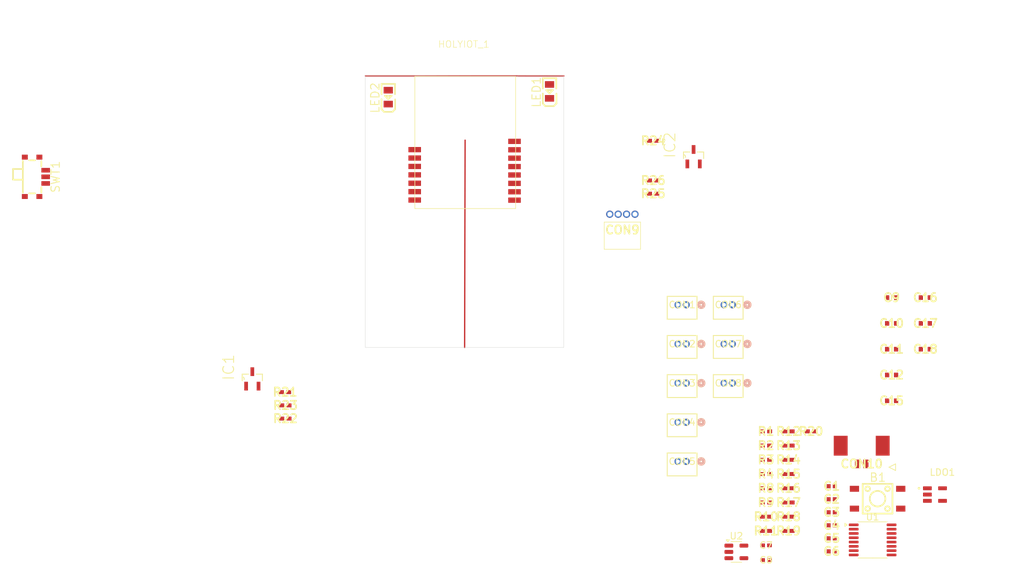
<source format=kicad_pcb>
(kicad_pcb (version 20241229) (generator "pcbnew") (generator_version "9.0")
  (layers (0 "F.Cu" signal) (2 "B.Cu" signal) (13 "F.Paste" user) (15 "B.Paste" user) (5 "F.SilkS" user "F.Silkscreen") (7 "B.SilkS" user "B.Silkscreen") (1 "F.Mask" user) (3 "B.Mask" user) (25 "Edge.Cuts" user))
  (net 0 "")
  (net 1 "Net-(B1-Pad1)")
  (net 2 "GND")
  (net 3 "VIN")
  (net 4 "V3")
  (net 5 "V1.2")
  (net 6 "LDO_MEDICION")
  (net 7 "NIVEL_VOLTAJE")
  (net 8 "BOTON")
  (net 9 "BAT+")
  (net 10 "SDWIO")
  (net 11 "SWDCLK")
  (net 12 "SDA")
  (net 13 "SWDIO")
  (net 14 "LED1")
  (net 18 "SCL")
  (net 20 "LED2")
  (net 21 "Net-(LED1-A)")
  (net 22 "Net-(LED2-A)")
  (net 23 "CIRCUITO_1")
  (net 24 "CIRCUITO_2")
  (net 25 "CIRCUITO_3")
  (net 26 "CIRCUITO_4")
  (net 27 "CIRCUITO_5")
  (net 28 "Net-(U1-~{RESET})")
  (net 29 "Net-(U1-A0)")
  (net 30 "Net-(U1-SCL)")
  (net 31 "Net-(U1-SDA)")
  (net 32 "CIRCUITO_6")
  (net 33 "CIRCUITO_7")
  (net 34 "CIRCUITO_8")
  (net 36 "Net-(IC1-G)")
  (net 37 "Net-(IC1-D)")
  (net 38 "Net-(IC2-G)")
  (net 39 "Net-(IC2-D)")
  (footprint "footprints:GRM18x" (layer "F.Cu") (at 185.0989 56.1069)
    (property "Reference" "C10" (at 0 0 0) (layer "F.SilkS") (effects (font (size 1.27 1.27) (thickness 0.254))))
    (property "Value" "47uf" (hide yes))
    (fp_line (start 0 -0.4) (end 0 0.4) (stroke (width 0.2)) (layer "F.SilkS"))
    (pad "1" smd rect (at -0.675 0) (size 0.65 0.7) (layers "F.Cu" "F.Mask" "F.Paste") (net 2 "GND"))
    (pad "2" smd rect (at 0.675 0) (size 0.65 0.7) (layers "F.Cu" "F.Mask" "F.Paste") (net 4 "V3"))
  )
  (footprint "footprints:8518700420001101" (layer "F.Cu") (at 142.49 39.6)
    (property "Reference" "CON9" (at 1.908 2.375 0) (layer "F.SilkS") (effects (font (size 1.27 1.27) (thickness 0.254))))
    (property "Value" "Conn_01x04" (hide yes))
    (fp_line (start -0.835 1.2) (end 4.65 1.2) (stroke (width 0.1)) (layer "F.SilkS"))
    (fp_line (start -0.835 5.3) (end -0.835 1.2) (stroke (width 0.1)) (layer "F.SilkS"))
    (fp_line (start 4.65 1.2) (end 4.65 5.3) (stroke (width 0.1)) (layer "F.SilkS"))
    (fp_line (start 4.65 5.3) (end -0.835 5.3) (stroke (width 0.1)) (layer "F.SilkS"))
    (pad "1" thru_hole circle (at 0 0) (size 1.1 1.1) (drill 0.7) (layers "*.Cu" "*.Mask") (net 10 "SDWIO"))
    (pad "2" thru_hole circle (at 1.27 0) (size 1.1 1.1) (drill 0.7) (layers "*.Cu" "*.Mask") (net 11 "SWDCLK"))
    (pad "3" thru_hole circle (at 2.54 0) (size 1.1 1.1) (drill 0.7) (layers "*.Cu" "*.Mask") (net 2 "GND"))
    (pad "4" thru_hole circle (at 3.81 0) (size 1.1 1.1) (drill 0.7) (layers "*.Cu" "*.Mask") (net 4 "V3"))
  )
  (footprint "Package_SO:TSSOP-16_4.4x5mm_P0.65mm" (layer "F.Cu") (at 182.2289 88.8419)
    (property "Reference" "U1" (at 0 -3.45 0) (layer "F.SilkS"))
    (property "Value" "AD5593R")
    (fp_line (start 0 -2.735) (end -2.2 -2.735) (stroke (width 0.12)) (layer "F.SilkS"))
    (fp_line (start 0 -2.735) (end 2.2 -2.735) (stroke (width 0.12)) (layer "F.SilkS"))
    (fp_line (start 0 2.735) (end -2.2 2.735) (stroke (width 0.12)) (layer "F.SilkS"))
    (fp_line (start 0 2.735) (end 2.2 2.735) (stroke (width 0.12)) (layer "F.SilkS"))
    (fp_poly (pts (xy -3.86 -2.275) (xy -4.19 -2.035) (xy -4.19 -2.515)) (stroke (width 0.12)) (fill yes) (layer "F.SilkS"))
    (pad "1" smd roundrect (at -2.8625 -2.275) (size 1.475 0.4) (layers "F.Cu" "F.Mask" "F.Paste") (net 28 "Net-(U1-~{RESET})"))
    (pad "2" smd roundrect (at -2.8625 -1.625) (size 1.475 0.4) (layers "F.Cu" "F.Mask" "F.Paste") (net 29 "Net-(U1-A0)"))
    (pad "3" smd roundrect (at -2.8625 -0.975) (size 1.475 0.4) (layers "F.Cu" "F.Mask" "F.Paste") (net 6 "LDO_MEDICION"))
    (pad "4" smd roundrect (at -2.8625 -0.325) (size 1.475 0.4) (layers "F.Cu" "F.Mask" "F.Paste") (net 23 "CIRCUITO_1"))
    (pad "5" smd roundrect (at -2.8625 0.325) (size 1.475 0.4) (layers "F.Cu" "F.Mask" "F.Paste") (net 24 "CIRCUITO_2"))
    (pad "6" smd roundrect (at -2.8625 0.975) (size 1.475 0.4) (layers "F.Cu" "F.Mask" "F.Paste") (net 25 "CIRCUITO_3"))
    (pad "7" smd roundrect (at -2.8625 1.625) (size 1.475 0.4) (layers "F.Cu" "F.Mask" "F.Paste") (net 26 "CIRCUITO_4"))
    (pad "8" smd roundrect (at -2.8625 2.275) (size 1.475 0.4) (layers "F.Cu" "F.Mask" "F.Paste") (net 5 "V1.2"))
    (pad "9" smd roundrect (at 2.8625 2.275) (size 1.475 0.4) (layers "F.Cu" "F.Mask" "F.Paste") (net 6 "LDO_MEDICION"))
    (pad "10" smd roundrect (at 2.8625 1.625) (size 1.475 0.4) (layers "F.Cu" "F.Mask" "F.Paste") (net 27 "CIRCUITO_5"))
    (pad "11" smd roundrect (at 2.8625 0.975) (size 1.475 0.4) (layers "F.Cu" "F.Mask" "F.Paste") (net 32 "CIRCUITO_6"))
    (pad "12" smd roundrect (at 2.8625 0.325) (size 1.475 0.4) (layers "F.Cu" "F.Mask" "F.Paste") (net 33 "CIRCUITO_7"))
    (pad "13" smd roundrect (at 2.8625 -0.325) (size 1.475 0.4) (layers "F.Cu" "F.Mask" "F.Paste") (net 34 "CIRCUITO_8"))
    (pad "14" smd roundrect (at 2.8625 -0.975) (size 1.475 0.4) (layers "F.Cu" "F.Mask" "F.Paste") (net 2 "GND"))
    (pad "15" smd roundrect (at 2.8625 -1.625) (size 1.475 0.4) (layers "F.Cu" "F.Mask" "F.Paste") (net 31 "Net-(U1-SDA)"))
    (pad "16" smd roundrect (at 2.8625 -2.275) (size 1.475 0.4) (layers "F.Cu" "F.Mask" "F.Paste") (net 30 "Net-(U1-SCL)"))
  )
  (footprint "LED_SMD_CUSTOM:LED0805-R-RD" (layer "F.Cu") (at 109 21.9 90)
    (property "Reference" "LED2" (at -0.1156 -1.9767 90) (layer "F.SilkS") (effects (font (size 1.27 1.27))))
    (property "Value" "LED")
    (fp_line (start 1.9926 -1.0147) (end 0.4432 -1.0147) (stroke (width 0.254)) (layer "F.SilkS"))
    (fp_line (start -1.8428 -1.0147) (end -0.3188 -1.0147) (stroke (width 0.254)) (layer "F.SilkS"))
    (fp_line (start -2.2238 -0.6337) (end -1.8428 -1.0147) (stroke (width 0.254)) (layer "F.SilkS"))
    (fp_line (start 0.2 -0.5) (end -0.2 -0.1) (stroke (width 0.254)) (layer "F.SilkS"))
    (fp_line (start 0.2 -0.5) (end 0.2 0.5003) (stroke (width 0.254)) (layer "F.SilkS"))
    (fp_line (start -0.2 -0.1) (end -0.3 0) (stroke (width 0.254)) (layer "F.SilkS"))
    (fp_line (start -0.3 0) (end -0.2 0.1003) (stroke (width 0.254)) (layer "F.SilkS"))
    (fp_line (start -0.2 0.1003) (end 0.2 0.5003) (stroke (width 0.254)) (layer "F.SilkS"))
    (fp_line (start -2.2238 0.6363) (end -2.2238 -0.6337) (stroke (width 0.254)) (layer "F.SilkS"))
    (fp_line (start 1.9926 1.0173) (end 1.9926 -1.0147) (stroke (width 0.254)) (layer "F.SilkS"))
    (fp_line (start 0.4432 1.0173) (end 1.9926 1.0173) (stroke (width 0.254)) (layer "F.SilkS"))
    (fp_line (start -0.3442 1.0427) (end -1.8174 1.0427) (stroke (width 0.254)) (layer "F.SilkS"))
    (fp_line (start -1.8174 1.0427) (end -2.2238 0.6363) (stroke (width 0.254)) (layer "F.SilkS"))
    (pad "1" smd rect (at 1.0503 0 270) (size 1 1.3995) (layers "F.Cu" "F.Mask" "F.Paste"))
    (pad "2" smd rect (at -1.0503 0 270) (size 1 1.3995) (layers "F.Cu" "F.Mask" "F.Paste"))
  )
  (footprint "footprints:GRM18x" (layer "F.Cu") (at 185.0989 60.0069)
    (property "Reference" "C11" (at 0 0 0) (layer "F.SilkS") (effects (font (size 1.27 1.27) (thickness 0.254))))
    (property "Value" "47uf" (hide yes))
    (fp_line (start 0 -0.4) (end 0 0.4) (stroke (width 0.2)) (layer "F.SilkS"))
    (pad "1" smd rect (at -0.675 0) (size 0.65 0.7) (layers "F.Cu" "F.Mask" "F.Paste") (net 2 "GND"))
    (pad "2" smd rect (at 0.675 0) (size 0.65 0.7) (layers "F.Cu" "F.Mask" "F.Paste") (net 4 "V3"))
  )
  (footprint "Package_TO_SOT_SMD:SOT-23-5" (layer "F.Cu") (at 161.6339 90.6569)
    (property "Reference" "U2" (at 0 -2.4 0) (layer "F.SilkS"))
    (property "Value" "TLV70012_SOT23-5")
    (fp_line (start 0 -1.56) (end -0.8 -1.56) (stroke (width 0.12)) (layer "F.SilkS"))
    (fp_line (start 0 -1.56) (end 0.8 -1.56) (stroke (width 0.12)) (layer "F.SilkS"))
    (fp_line (start 0 1.56) (end -0.8 1.56) (stroke (width 0.12)) (layer "F.SilkS"))
    (fp_line (start 0 1.56) (end 0.8 1.56) (stroke (width 0.12)) (layer "F.SilkS"))
    (fp_poly (pts (xy -1.3 -1.51) (xy -1.54 -1.84) (xy -1.06 -1.84)) (stroke (width 0.12)) (fill yes) (layer "F.SilkS"))
    (pad "1" smd roundrect (at -1.1375 -0.95) (size 1.325 0.6) (layers "F.Cu" "F.Mask" "F.Paste") (net 6 "LDO_MEDICION"))
    (pad "2" smd roundrect (at -1.1375 0) (size 1.325 0.6) (layers "F.Cu" "F.Mask" "F.Paste") (net 2 "GND"))
    (pad "3" smd roundrect (at -1.1375 0.95) (size 1.325 0.6) (layers "F.Cu" "F.Mask" "F.Paste") (net 6 "LDO_MEDICION"))
    (pad "4" smd roundrect (at 1.1375 0.95) (size 1.325 0.6) (layers "F.Cu" "F.Mask" "F.Paste"))
    (pad "5" smd roundrect (at 1.1375 -0.95) (size 1.325 0.6) (layers "F.Cu" "F.Mask" "F.Paste") (net 5 "V1.2"))
  )
  (footprint "footprints:RESC1005X40N" (layer "F.Cu") (at 169.5089 72.4319)
    (property "Reference" "R12" (at 0 0 0) (layer "F.SilkS") (effects (font (size 1.27 1.27) (thickness 0.254))))
    (property "Value" "6.2k" (hide yes))
    (pad "1" smd rect (at -0.55 0 90) (size 0.6 0.75) (layers "F.Cu" "F.Mask" "F.Paste") (net 2 "GND"))
    (pad "2" smd rect (at 0.55 0 90) (size 0.6 0.75) (layers "F.Cu" "F.Mask" "F.Paste") (net 26 "CIRCUITO_4"))
  )
  (footprint "footprints:RESC1005X40N" (layer "F.Cu") (at 149.05 28.5 180)
    (property "Reference" "R24" (at 0 0 0) (layer "F.SilkS") (effects (font (size 1.27 1.27) (thickness 0.254))))
    (property "Value" "70" (hide yes))
    (pad "1" smd rect (at -0.55 0 270) (size 0.6 0.75) (layers "F.Cu" "F.Mask" "F.Paste") (net 9 "BAT+"))
    (pad "2" smd rect (at 0.55 0 270) (size 0.6 0.75) (layers "F.Cu" "F.Mask" "F.Paste") (net 21 "Net-(LED1-A)"))
  )
  (footprint "footprints:CONN02_530470210_MOL" (layer "F.Cu") (at 161.024 53.2969)
    (property "Reference" "CON6" (at -0.625 0 0) (layer "F.SilkS"))
    (property "Value" "Conn_01x02")
    (fp_line (start -2.8729 -1.277112) (end -2.8729 2.177288) (stroke (width 0.1524)) (layer "F.SilkS"))
    (fp_line (start -2.8729 2.177288) (end 1.6229 2.177288) (stroke (width 0.1524)) (layer "F.SilkS"))
    (fp_line (start 1.6229 -1.277112) (end -2.8729 -1.277112) (stroke (width 0.1524)) (layer "F.SilkS"))
    (fp_line (start 1.6229 2.177288) (end 1.6229 -1.277112) (stroke (width 0.1524)) (layer "F.SilkS"))
    (fp_circle (center 2.2579 0) (end 2.6389 0) (stroke (width 0.508)) (fill no) (layer "F.SilkS"))
    (fp_circle (center 2.2579 0) (end 2.6389 0) (stroke (width 0.508)) (fill no) (layer "B.SilkS"))
    (pad "1" thru_hole circle (at 0 0) (size 1.0668 1.0668) (drill 0.5588) (layers "*.Cu" "*.Mask") (net 5 "V1.2"))
    (pad "2" thru_hole circle (at -1.25 0) (size 1.0668 1.0668) (drill 0.5588) (layers "*.Cu" "*.Mask") (net 32 "CIRCUITO_6"))
  )
  (footprint "footprints:GRM18x" (layer "F.Cu") (at 185.0989 63.9069)
    (property "Reference" "C12" (at 0 0 0) (layer "F.SilkS") (effects (font (size 1.27 1.27) (thickness 0.254))))
    (property "Value" "47uf" (hide yes))
    (fp_line (start 0 -0.4) (end 0 0.4) (stroke (width 0.2)) (layer "F.SilkS"))
    (pad "1" smd rect (at -0.675 0) (size 0.65 0.7) (layers "F.Cu" "F.Mask" "F.Paste") (net 2 "GND"))
    (pad "2" smd rect (at 0.675 0) (size 0.65 0.7) (layers "F.Cu" "F.Mask" "F.Paste") (net 4 "V3"))
  )
  (footprint "footprints:CONN02_530470210_MOL" (layer "F.Cu") (at 154.055 53.2969)
    (property "Reference" "CON1" (at -0.625 0 0) (layer "F.SilkS"))
    (property "Value" "Conn_01x02")
    (fp_line (start -2.8729 -1.277112) (end -2.8729 2.177288) (stroke (width 0.1524)) (layer "F.SilkS"))
    (fp_line (start -2.8729 2.177288) (end 1.6229 2.177288) (stroke (width 0.1524)) (layer "F.SilkS"))
    (fp_line (start 1.6229 -1.277112) (end -2.8729 -1.277112) (stroke (width 0.1524)) (layer "F.SilkS"))
    (fp_line (start 1.6229 2.177288) (end 1.6229 -1.277112) (stroke (width 0.1524)) (layer "F.SilkS"))
    (fp_circle (center 2.2579 0) (end 2.6389 0) (stroke (width 0.508)) (fill no) (layer "F.SilkS"))
    (fp_circle (center 2.2579 0) (end 2.6389 0) (stroke (width 0.508)) (fill no) (layer "B.SilkS"))
    (pad "1" thru_hole circle (at 0 0) (size 1.0668 1.0668) (drill 0.5588) (layers "*.Cu" "*.Mask") (net 5 "V1.2"))
    (pad "2" thru_hole circle (at -1.25 0) (size 1.0668 1.0668) (drill 0.5588) (layers "*.Cu" "*.Mask") (net 23 "CIRCUITO_1"))
  )
  (footprint "footprints:RESC1005X40N" (layer "F.Cu") (at 166.1089 85.3319)
    (property "Reference" "R10" (at 0 0 0) (layer "F.SilkS") (effects (font (size 1.27 1.27) (thickness 0.254))))
    (property "Value" "0k" (hide yes))
    (pad "1" smd rect (at -0.55 0 90) (size 0.6 0.75) (layers "F.Cu" "F.Mask" "F.Paste") (net 3 "VIN"))
    (pad "2" smd rect (at 0.55 0 90) (size 0.6 0.75) (layers "F.Cu" "F.Mask" "F.Paste") (net 4 "V3"))
  )
  (footprint "footprints:RESC1005X40N" (layer "F.Cu") (at 149.05 34.5 180)
    (property "Reference" "R26" (at 0 0 0) (layer "F.SilkS") (effects (font (size 1.27 1.27) (thickness 0.254))))
    (property "Value" "10k" (hide yes))
    (pad "1" smd rect (at -0.55 0 270) (size 0.6 0.75) (layers "F.Cu" "F.Mask" "F.Paste") (net 2 "GND"))
    (pad "2" smd rect (at 0.55 0 270) (size 0.6 0.75) (layers "F.Cu" "F.Mask" "F.Paste") (net 38 "Net-(IC2-G)"))
  )
  (footprint "footprints:RESC1005X40N" (layer "F.Cu") (at 169.5089 78.8819)
    (property "Reference" "R15" (at 0 0 0) (layer "F.SilkS") (effects (font (size 1.27 1.27) (thickness 0.254))))
    (property "Value" "10k" (hide yes))
    (pad "1" smd rect (at -0.55 0 90) (size 0.6 0.75) (layers "F.Cu" "F.Mask" "F.Paste") (net 6 "LDO_MEDICION"))
    (pad "2" smd rect (at 0.55 0 90) (size 0.6 0.75) (layers "F.Cu" "F.Mask" "F.Paste") (net 29 "Net-(U1-A0)"))
  )
  (footprint "footprints:RESC1005X40N" (layer "F.Cu") (at 169.5089 81.0319)
    (property "Reference" "R16" (at 0 0 0) (layer "F.SilkS") (effects (font (size 1.27 1.27) (thickness 0.254))))
    (property "Value" "10k" (hide yes))
    (pad "1" smd rect (at -0.55 0 90) (size 0.6 0.75) (layers "F.Cu" "F.Mask" "F.Paste") (net 6 "LDO_MEDICION"))
    (pad "2" smd rect (at 0.55 0 90) (size 0.6 0.75) (layers "F.Cu" "F.Mask" "F.Paste") (net 30 "Net-(U1-SCL)"))
  )
  (footprint "K2-1109SP-G4SA-04:K2-1109SP-G4SA-04" (layer "F.Cu") (at 182.9789 82.614)
    (property "Reference" "B1" (at 0.03 -3.2121 0) (layer "F.SilkS") (effects (font (size 1.27 1.27))))
    (property "Value" "SW_Push")
    (fp_line (start -2.25 -2.2501) (end 2.25 -2.2501) (stroke (width 0.254)) (layer "F.SilkS"))
    (fp_line (start -2.25 2.2499) (end -2.25 -2.2501) (stroke (width 0.254)) (layer "F.SilkS"))
    (fp_line (start 2.25 -2.2501) (end 2.25 2.2499) (stroke (width 0.254)) (layer "F.SilkS"))
    (fp_line (start 2.25 2.2499) (end -2.25 2.2499) (stroke (width 0.254)) (layer "F.SilkS"))
    (fp_circle (center -1.5001 1.5) (end -1.1465 1.5) (stroke (width 0.254)) (fill no) (layer "F.SilkS"))
    (fp_circle (center -1.4999 -1.5) (end -1.1463 -1.5) (stroke (width 0.254)) (fill no) (layer "F.SilkS"))
    (fp_circle (center -0.0005 -0.0006) (end 1.1796 -0.0006) (stroke (width 0.254)) (fill no) (layer "F.SilkS"))
    (fp_circle (center 1.4999 -1.5003) (end 1.8535 -1.5003) (stroke (width 0.254)) (fill no) (layer "F.SilkS"))
    (fp_circle (center 1.4999 1.4997) (end 1.8535 1.4997) (stroke (width 0.254)) (fill no) (layer "F.SilkS"))
    (pad "1" smd rect (at 3.4999 1.5) (size 1.4 0.9) (layers "F.Cu" "F.Mask" "F.Paste") (net 1 "Net-(B1-Pad1)"))
    (pad "2" smd rect (at -3.4999 1.5) (size 1.4 0.9) (layers "F.Cu" "F.Mask" "F.Paste") (net 2 "GND"))
    (pad "3" smd rect (at 3.4999 -1.5) (size 1.4 0.9) (layers "F.Cu" "F.Mask" "F.Paste"))
    (pad "4" smd rect (at -3.4999 -1.5) (size 1.4 0.9) (layers "F.Cu" "F.Mask" "F.Paste"))
  )
  (footprint "footprints:RESC1005X40N" (layer "F.Cu") (at 169.5089 76.7319)
    (property "Reference" "R14" (at 0 0 0) (layer "F.SilkS") (effects (font (size 1.27 1.27) (thickness 0.254))))
    (property "Value" "10k" (hide yes))
    (pad "1" smd rect (at -0.55 0 90) (size 0.6 0.75) (layers "F.Cu" "F.Mask" "F.Paste") (net 6 "LDO_MEDICION"))
    (pad "2" smd rect (at 0.55 0 90) (size 0.6 0.75) (layers "F.Cu" "F.Mask" "F.Paste") (net 28 "Net-(U1-~{RESET})"))
  )
  (footprint "TA-3514-A1-B:TA-3514-A1-B" (layer "F.Cu") (at 55.63095 33.95 -90)
    (property "Reference" "SWT1" (at 0 -3.0601 90) (layer "F.SilkS") (effects (font (size 1.27 1.27))))
    (property "Value" "Conn_01x02")
    (fp_line (start -1.18 3.36) (end 0.39 3.36) (stroke (width 0.254)) (layer "F.SilkS"))
    (fp_line (start 0.39 3.36) (end 0.39 3.34) (stroke (width 0.254)) (layer "F.SilkS"))
    (fp_line (start 0.39 3.34) (end 0.4357 3.34) (stroke (width 0.254)) (layer "F.SilkS"))
    (fp_line (start 0.4357 3.34) (end 0.4357 1.875) (stroke (width 0.254)) (layer "F.SilkS"))
    (fp_line (start -2.4 1.875) (end 2.4 1.875) (stroke (width 0.254)) (layer "F.SilkS"))
    (fp_line (start -1.18 1.875) (end -1.18 3.36) (stroke (width 0.254)) (layer "F.SilkS"))
    (fp_line (start -1.1635 1.875) (end -1.18 1.875) (stroke (width 0.254)) (layer "F.SilkS"))
    (fp_line (start -2.5 0.9169) (end -2.5 0.0331) (stroke (width 0.254)) (layer "F.SilkS"))
    (fp_line (start 2.5 0.9169) (end 2.5 0.0331) (stroke (width 0.254)) (layer "F.SilkS"))
    (fp_line (start -2.3689 -0.925) (end -1.5811 -0.925) (stroke (width 0.254)) (layer "F.SilkS"))
    (fp_line (start 1.5811 -0.925) (end 2.3689 -0.925) (stroke (width 0.254)) (layer "F.SilkS"))
    (pad "" np_thru_hole circle (at -1.4999 0.475 270) (size 1 1) (drill 1) (layers "*.Cu" "*.Mask"))
    (pad "" np_thru_hole circle (at 1.5001 0.475 270) (size 1 1) (drill 1) (layers "*.Cu" "*.Mask"))
    (pad "1" smd rect (at -1 -1.5751 270) (size 0.7 1.3) (layers "F.Cu" "F.Mask" "F.Paste") (net 9 "BAT+"))
    (pad "2" smd rect (at 0 -1.5751 270) (size 0.7 1.3) (layers "F.Cu" "F.Mask" "F.Paste") (net 3 "VIN"))
    (pad "3" smd rect (at 1 -1.5751 270) (size 0.7 1.3) (layers "F.Cu" "F.Mask" "F.Paste"))
    (pad "4" smd rect (at 2.9751 -0.6251 270) (size 0.75 0.9) (layers "F.Cu" "F.Mask" "F.Paste"))
    (pad "5" smd rect (at 2.9751 1.5751 270) (size 0.75 0.9) (layers "F.Cu" "F.Mask" "F.Paste"))
    (pad "6" smd rect (at -2.9751 1.5751 270) (size 0.75 0.9) (layers "F.Cu" "F.Mask" "F.Paste"))
    (pad "7" smd rect (at -2.9751 -0.6251 270) (size 0.75 0.9) (layers "F.Cu" "F.Mask" "F.Paste"))
  )
  (footprint "footprints:CONN02_530470210_MOL" (layer "F.Cu") (at 154.055 59.217388)
    (property "Reference" "CON2" (at -0.625 0 0) (layer "F.SilkS"))
    (property "Value" "Conn_01x02")
    (fp_line (start -2.8729 -1.277112) (end -2.8729 2.177288) (stroke (width 0.1524)) (layer "F.SilkS"))
    (fp_line (start -2.8729 2.177288) (end 1.6229 2.177288) (stroke (width 0.1524)) (layer "F.SilkS"))
    (fp_line (start 1.6229 -1.277112) (end -2.8729 -1.277112) (stroke (width 0.1524)) (layer "F.SilkS"))
    (fp_line (start 1.6229 2.177288) (end 1.6229 -1.277112) (stroke (width 0.1524)) (layer "F.SilkS"))
    (fp_circle (center 2.2579 0) (end 2.6389 0) (stroke (width 0.508)) (fill no) (layer "F.SilkS"))
    (fp_circle (center 2.2579 0) (end 2.6389 0) (stroke (width 0.508)) (fill no) (layer "B.SilkS"))
    (pad "1" thru_hole circle (at 0 0) (size 1.0668 1.0668) (drill 0.5588) (layers "*.Cu" "*.Mask") (net 5 "V1.2"))
    (pad "2" thru_hole circle (at -1.25 0) (size 1.0668 1.0668) (drill 0.5588) (layers "*.Cu" "*.Mask") (net 24 "CIRCUITO_2"))
  )
  (footprint "footprints:CAPC1005X55N" (layer "F.Cu") (at 176.0439 88.6019)
    (property "Reference" "C5" (at 0 0 0) (layer "F.SilkS") (effects (font (size 1.27 1.27) (thickness 0.254))))
    (property "Value" "0.1uf" (hide yes))
    (pad "1" smd rect (at -0.46 0) (size 0.6 0.62) (layers "F.Cu" "F.Mask" "F.Paste") (net 7 "NIVEL_VOLTAJE"))
    (pad "2" smd rect (at 0.46 0) (size 0.6 0.62) (layers "F.Cu" "F.Mask" "F.Paste") (net 2 "GND"))
  )
  (footprint "footprints:CONN02_530470210_MOL" (layer "F.Cu") (at 154.055 71.058364)
    (property "Reference" "CON4" (at -0.625 0 0) (layer "F.SilkS"))
    (property "Value" "Conn_01x02")
    (fp_line (start -2.8729 -1.277112) (end -2.8729 2.177288) (stroke (width 0.1524)) (layer "F.SilkS"))
    (fp_line (start -2.8729 2.177288) (end 1.6229 2.177288) (stroke (width 0.1524)) (layer "F.SilkS"))
    (fp_line (start 1.6229 -1.277112) (end -2.8729 -1.277112) (stroke (width 0.1524)) (layer "F.SilkS"))
    (fp_line (start 1.6229 2.177288) (end 1.6229 -1.277112) (stroke (width 0.1524)) (layer "F.SilkS"))
    (fp_circle (center 2.2579 0) (end 2.6389 0) (stroke (width 0.508)) (fill no) (layer "F.SilkS"))
    (fp_circle (center 2.2579 0) (end 2.6389 0) (stroke (width 0.508)) (fill no) (layer "B.SilkS"))
    (pad "1" thru_hole circle (at 0 0) (size 1.0668 1.0668) (drill 0.5588) (layers "*.Cu" "*.Mask") (net 5 "V1.2"))
    (pad "2" thru_hole circle (at -1.25 0) (size 1.0668 1.0668) (drill 0.5588) (layers "*.Cu" "*.Mask") (net 26 "CIRCUITO_4"))
  )
  (footprint "footprints:RESC1005X40N" (layer "F.Cu") (at 149.05 36.5)
    (property "Reference" "R25" (at 0 0 0) (layer "F.SilkS") (effects (font (size 1.27 1.27) (thickness 0.254))))
    (property "Value" "1k" (hide yes))
    (pad "1" smd rect (at -0.55 0 90) (size 0.6 0.75) (layers "F.Cu" "F.Mask" "F.Paste") (net 20 "LED2"))
    (pad "2" smd rect (at 0.55 0 90) (size 0.6 0.75) (layers "F.Cu" "F.Mask" "F.Paste") (net 38 "Net-(IC2-G)"))
  )
  (footprint "footprints:CAPC1005X55N" (layer "F.Cu") (at 176.0439 80.7219)
    (property "Reference" "C1" (at 0 0 0) (layer "F.SilkS") (effects (font (size 1.27 1.27) (thickness 0.254))))
    (property "Value" "1uf" (hide yes))
    (pad "1" smd rect (at -0.46 0) (size 0.6 0.62) (layers "F.Cu" "F.Mask" "F.Paste") (net 2 "GND"))
    (pad "2" smd rect (at 0.46 0) (size 0.6 0.62) (layers "F.Cu" "F.Mask" "F.Paste") (net 3 "VIN"))
  )
  (footprint "footprints:CONN02_530470210_MOL" (layer "F.Cu") (at 154.055 76.978852)
    (property "Reference" "CON5" (at -0.625 0 0) (layer "F.SilkS"))
    (property "Value" "Conn_01x02")
    (fp_line (start -2.8729 -1.277112) (end -2.8729 2.177288) (stroke (width 0.1524)) (layer "F.SilkS"))
    (fp_line (start -2.8729 2.177288) (end 1.6229 2.177288) (stroke (width 0.1524)) (layer "F.SilkS"))
    (fp_line (start 1.6229 -1.277112) (end -2.8729 -1.277112) (stroke (width 0.1524)) (layer "F.SilkS"))
    (fp_line (start 1.6229 2.177288) (end 1.6229 -1.277112) (stroke (width 0.1524)) (layer "F.SilkS"))
    (fp_circle (center 2.2579 0) (end 2.6389 0) (stroke (width 0.508)) (fill no) (layer "F.SilkS"))
    (fp_circle (center 2.2579 0) (end 2.6389 0) (stroke (width 0.508)) (fill no) (layer "B.SilkS"))
    (pad "1" thru_hole circle (at 0 0) (size 1.0668 1.0668) (drill 0.5588) (layers "*.Cu" "*.Mask") (net 5 "V1.2"))
    (pad "2" thru_hole circle (at -1.25 0) (size 1.0668 1.0668) (drill 0.5588) (layers "*.Cu" "*.Mask") (net 27 "CIRCUITO_5"))
  )
  (footprint "footprints:CAPC1005X55N" (layer "F.Cu") (at 176.0439 84.6619)
    (property "Reference" "C3" (at 0 0 0) (layer "F.SilkS") (effects (font (size 1.27 1.27) (thickness 0.254))))
    (property "Value" "1uf" (hide yes))
    (pad "1" smd rect (at -0.46 0) (size 0.6 0.62) (layers "F.Cu" "F.Mask" "F.Paste") (net 5 "V1.2"))
    (pad "2" smd rect (at 0.46 0) (size 0.6 0.62) (layers "F.Cu" "F.Mask" "F.Paste") (net 2 "GND"))
  )
  (footprint "footprints:SOT95P240X112-3N" (layer "F.Cu") (at 155.1602 30.9078 90)
    (property "Reference" "IC2" (at 1.753325 -3.582855 90) (layer "F.SilkS") (effects (font (size 1.640669 1.640669))))
    (property "Value" "IRLML6344TRPBF")
    (fp_line (start 0.7112 -1.524) (end 0.3048 -1.524) (stroke (width 0.1524)) (layer "F.SilkS"))
    (fp_line (start 0.3048 -1.524) (end -0.2794 -1.524) (stroke (width 0.1524)) (layer "F.SilkS"))
    (fp_line (start 0.7112 -0.6096) (end 0.7112 -1.524) (stroke (width 0.1524)) (layer "F.SilkS"))
    (fp_line (start 0.7112 1.524) (end 0.7112 0.6096) (stroke (width 0.1524)) (layer "F.SilkS"))
    (fp_line (start -0.2794 1.524) (end 0.7112 1.524) (stroke (width 0.1524)) (layer "F.SilkS"))
    (fp_arc (start 0.3048 -1.524) (mid 0.174323 -1.278521) (end -0.1016 -1.2446) (stroke (width 0.1524)) (layer "F.SilkS"))
    (pad "1" smd rect (at -1.0922 -0.9398 90) (size 1.3208 0.5588) (layers "F.Cu" "F.Mask" "F.Paste") (net 38 "Net-(IC2-G)"))
    (pad "2" smd rect (at -1.0922 0.9398 90) (size 1.3208 0.5588) (layers "F.Cu" "F.Mask" "F.Paste") (net 2 "GND"))
    (pad "3" smd rect (at 1.0922 0 90) (size 1.3208 0.5588) (layers "F.Cu" "F.Mask" "F.Paste") (net 39 "Net-(IC2-D)"))
  )
  (footprint "footprints:GRM18x" (layer "F.Cu") (at 190.1989 52.2069)
    (property "Reference" "C16" (at 0 0 0) (layer "F.SilkS") (effects (font (size 1.27 1.27) (thickness 0.254))))
    (property "Value" "47uf" (hide yes))
    (fp_line (start 0 -0.4) (end 0 0.4) (stroke (width 0.2)) (layer "F.SilkS"))
    (pad "1" smd rect (at -0.675 0) (size 0.65 0.7) (layers "F.Cu" "F.Mask" "F.Paste") (net 2 "GND"))
    (pad "2" smd rect (at 0.675 0) (size 0.65 0.7) (layers "F.Cu" "F.Mask" "F.Paste") (net 9 "BAT+"))
  )
  (footprint "footprints:RESC1005X40N" (layer "F.Cu") (at 172.9089 72.4319)
    (property "Reference" "R20" (at 0 0 0) (layer "F.SilkS") (effects (font (size 1.27 1.27) (thickness 0.254))))
    (property "Value" "6.2k" (hide yes))
    (pad "1" smd rect (at -0.55 0 90) (size 0.6 0.75) (layers "F.Cu" "F.Mask" "F.Paste") (net 2 "GND"))
    (pad "2" smd rect (at 0.55 0 90) (size 0.6 0.75) (layers "F.Cu" "F.Mask" "F.Paste") (net 34 "CIRCUITO_8"))
  )
  (footprint "footprints:RESC1005X40N" (layer "F.Cu") (at 166.1089 72.4319)
    (property "Reference" "R1" (at 0 0 0) (layer "F.SilkS") (effects (font (size 1.27 1.27) (thickness 0.254))))
    (property "Value" "6.2M" (hide yes))
    (pad "1" smd rect (at -0.55 0 90) (size 0.6 0.75) (layers "F.Cu" "F.Mask" "F.Paste") (net 3 "VIN"))
    (pad "2" smd rect (at 0.55 0 90) (size 0.6 0.75) (layers "F.Cu" "F.Mask" "F.Paste") (net 7 "NIVEL_VOLTAJE"))
  )
  (footprint "footprints:RESC1005X40N" (layer "F.Cu") (at 169.5089 85.3319)
    (property "Reference" "R18" (at 0 0 0) (layer "F.SilkS") (effects (font (size 1.27 1.27) (thickness 0.254))))
    (property "Value" "6.2k" (hide yes))
    (pad "1" smd rect (at -0.55 0 90) (size 0.6 0.75) (layers "F.Cu" "F.Mask" "F.Paste") (net 2 "GND"))
    (pad "2" smd rect (at 0.55 0 90) (size 0.6 0.75) (layers "F.Cu" "F.Mask" "F.Paste") (net 32 "CIRCUITO_6"))
  )
  (footprint "footprints:RESC1005X40N" (layer "F.Cu") (at 166.1089 83.1819)
    (property "Reference" "R9" (at 0 0 0) (layer "F.SilkS") (effects (font (size 1.27 1.27) (thickness 0.254))))
    (property "Value" "1k" (hide yes))
    (pad "1" smd rect (at -0.55 0 90) (size 0.6 0.75) (layers "F.Cu" "F.Mask" "F.Paste") (net 8 "BOTON"))
    (pad "2" smd rect (at 0.55 0 90) (size 0.6 0.75) (layers "F.Cu" "F.Mask" "F.Paste") (net 1 "Net-(B1-Pad1)"))
  )
  (footprint "footprints:SOT95P240X112-3N" (layer "F.Cu") (at 88.45 64.5 90)
    (property "Reference" "IC1" (at 1.753325 -3.582855 90) (layer "F.SilkS") (effects (font (size 1.640669 1.640669))))
    (property "Value" "IRLML6344TRPBF")
    (fp_line (start 0.7112 -1.524) (end 0.3048 -1.524) (stroke (width 0.1524)) (layer "F.SilkS"))
    (fp_line (start 0.3048 -1.524) (end -0.2794 -1.524) (stroke (width 0.1524)) (layer "F.SilkS"))
    (fp_line (start 0.7112 -0.6096) (end 0.7112 -1.524) (stroke (width 0.1524)) (layer "F.SilkS"))
    (fp_line (start 0.7112 1.524) (end 0.7112 0.6096) (stroke (width 0.1524)) (layer "F.SilkS"))
    (fp_line (start -0.2794 1.524) (end 0.7112 1.524) (stroke (width 0.1524)) (layer "F.SilkS"))
    (fp_arc (start 0.3048 -1.524) (mid 0.174323 -1.278521) (end -0.1016 -1.2446) (stroke (width 0.1524)) (layer "F.SilkS"))
    (pad "1" smd rect (at -1.0922 -0.9398 90) (size 1.3208 0.5588) (layers "F.Cu" "F.Mask" "F.Paste") (net 36 "Net-(IC1-G)"))
    (pad "2" smd rect (at -1.0922 0.9398 90) (size 1.3208 0.5588) (layers "F.Cu" "F.Mask" "F.Paste") (net 2 "GND"))
    (pad "3" smd rect (at 1.0922 0 90) (size 1.3208 0.5588) (layers "F.Cu" "F.Mask" "F.Paste") (net 37 "Net-(IC1-D)"))
  )
  (footprint "footprints:RESC1005X40N" (layer "F.Cu") (at 169.5089 87.4819)
    (property "Reference" "R19" (at 0 0 0) (layer "F.SilkS") (effects (font (size 1.27 1.27) (thickness 0.254))))
    (property "Value" "6.2k" (hide yes))
    (pad "1" smd rect (at -0.55 0 90) (size 0.6 0.75) (layers "F.Cu" "F.Mask" "F.Paste") (net 2 "GND"))
    (pad "2" smd rect (at 0.55 0 90) (size 0.6 0.75) (layers "F.Cu" "F.Mask" "F.Paste") (net 33 "CIRCUITO_7"))
  )
  (footprint "footprints:SOT95P280X145-5N" (layer "F.Cu") (at 191.6539 81.9869)
    (property "Reference" "LDO1" (at 1.12 -3.36 0) (layer "F.SilkS"))
    (property "Value" "STLQ015M30R")
    (fp_circle (center -2.415 -0.95) (end -2.315 -0.95) (stroke (width 0.2)) (fill no) (layer "F.SilkS"))
    (pad "1" smd roundrect (at -1.145 -0.95) (size 1.32 0.59) (layers "F.Cu" "F.Mask" "F.Paste") (roundrect_rratio 0.125) (net 3 "VIN"))
    (pad "2" smd roundrect (at -1.145 0) (size 1.32 0.59) (layers "F.Cu" "F.Mask" "F.Paste") (roundrect_rratio 0.125) (net 2 "GND"))
    (pad "3" smd roundrect (at -1.145 0.95) (size 1.32 0.59) (layers "F.Cu" "F.Mask" "F.Paste") (roundrect_rratio 0.125) (net 3 "VIN"))
    (pad "4" smd roundrect (at 1.145 0.95) (size 1.32 0.59) (layers "F.Cu" "F.Mask" "F.Paste") (roundrect_rratio 0.125))
    (pad "5" smd roundrect (at 1.145 -0.95) (size 1.32 0.59) (layers "F.Cu" "F.Mask" "F.Paste") (roundrect_rratio 0.125) (net 4 "V3"))
  )
  (footprint "LED_SMD_CUSTOM:LED0805-R-RD" (layer "F.Cu") (at 133.386 21.0344 90)
    (property "Reference" "LED1" (at -0.1156 -1.9767 90) (layer "F.SilkS") (effects (font (size 1.27 1.27))))
    (property "Value" "LED")
    (fp_line (start 1.9926 -1.0147) (end 0.4432 -1.0147) (stroke (width 0.254)) (layer "F.SilkS"))
    (fp_line (start -1.8428 -1.0147) (end -0.3188 -1.0147) (stroke (width 0.254)) (layer "F.SilkS"))
    (fp_line (start -2.2238 -0.6337) (end -1.8428 -1.0147) (stroke (width 0.254)) (layer "F.SilkS"))
    (fp_line (start 0.2 -0.5) (end -0.2 -0.1) (stroke (width 0.254)) (layer "F.SilkS"))
    (fp_line (start 0.2 -0.5) (end 0.2 0.5003) (stroke (width 0.254)) (layer "F.SilkS"))
    (fp_line (start -0.2 -0.1) (end -0.3 0) (stroke (width 0.254)) (layer "F.SilkS"))
    (fp_line (start -0.3 0) (end -0.2 0.1003) (stroke (width 0.254)) (layer "F.SilkS"))
    (fp_line (start -0.2 0.1003) (end 0.2 0.5003) (stroke (width 0.254)) (layer "F.SilkS"))
    (fp_line (start -2.2238 0.6363) (end -2.2238 -0.6337) (stroke (width 0.254)) (layer "F.SilkS"))
    (fp_line (start 1.9926 1.0173) (end 1.9926 -1.0147) (stroke (width 0.254)) (layer "F.SilkS"))
    (fp_line (start 0.4432 1.0173) (end 1.9926 1.0173) (stroke (width 0.254)) (layer "F.SilkS"))
    (fp_line (start -0.3442 1.0427) (end -1.8174 1.0427) (stroke (width 0.254)) (layer "F.SilkS"))
    (fp_line (start -1.8174 1.0427) (end -2.2238 0.6363) (stroke (width 0.254)) (layer "F.SilkS"))
    (pad "1" smd rect (at 1.0503 0 270) (size 1 1.3995) (layers "F.Cu" "F.Mask" "F.Paste") (net 39 "Net-(IC2-D)"))
    (pad "2" smd rect (at -1.0503 0 270) (size 1 1.3995) (layers "F.Cu" "F.Mask" "F.Paste") (net 21 "Net-(LED1-A)"))
  )
  (footprint "footprints:RESC1005X40N" (layer "F.Cu") (at 166.1089 74.5819)
    (property "Reference" "R2" (at 0 0 0) (layer "F.SilkS") (effects (font (size 1.27 1.27) (thickness 0.254))))
    (property "Value" "2.4M" (hide yes))
    (pad "1" smd rect (at -0.55 0 90) (size 0.6 0.75) (layers "F.Cu" "F.Mask" "F.Paste") (net 7 "NIVEL_VOLTAJE"))
    (pad "2" smd rect (at 0.55 0 90) (size 0.6 0.75) (layers "F.Cu" "F.Mask" "F.Paste") (net 2 "GND"))
  )
  (footprint "footprints:RESC1005X40N" (layer "F.Cu") (at 93.45 70.5 180)
    (property "Reference" "R22" (at 0 0 0) (layer "F.SilkS") (effects (font (size 1.27 1.27) (thickness 0.254))))
    (property "Value" "1k" (hide yes))
    (pad "1" smd rect (at -0.55 0 270) (size 0.6 0.75) (layers "F.Cu" "F.Mask" "F.Paste") (net 14 "LED1"))
    (pad "2" smd rect (at 0.55 0 270) (size 0.6 0.75) (layers "F.Cu" "F.Mask" "F.Paste") (net 36 "Net-(IC1-G)"))
  )
  (footprint "footprints:CONN02_530470210_MOL" (layer "F.Cu") (at 161.024 65.137876)
    (property "Reference" "CON8" (at -0.625 0 0) (layer "F.SilkS"))
    (property "Value" "Conn_01x02")
    (fp_line (start -2.8729 -1.277112) (end -2.8729 2.177288) (stroke (width 0.1524)) (layer "F.SilkS"))
    (fp_line (start -2.8729 2.177288) (end 1.6229 2.177288) (stroke (width 0.1524)) (layer "F.SilkS"))
    (fp_line (start 1.6229 -1.277112) (end -2.8729 -1.277112) (stroke (width 0.1524)) (layer "F.SilkS"))
    (fp_line (start 1.6229 2.177288) (end 1.6229 -1.277112) (stroke (width 0.1524)) (layer "F.SilkS"))
    (fp_circle (center 2.2579 0) (end 2.6389 0) (stroke (width 0.508)) (fill no) (layer "F.SilkS"))
    (fp_circle (center 2.2579 0) (end 2.6389 0) (stroke (width 0.508)) (fill no) (layer "B.SilkS"))
    (pad "1" thru_hole circle (at 0 0) (size 1.0668 1.0668) (drill 0.5588) (layers "*.Cu" "*.Mask") (net 5 "V1.2"))
    (pad "2" thru_hole circle (at -1.25 0) (size 1.0668 1.0668) (drill 0.5588) (layers "*.Cu" "*.Mask") (net 34 "CIRCUITO_8"))
  )
  (footprint "footprints:CAP_GMC04_CCE" (layer "F.Cu") (at 166.1154 91.8857)
    (property "Reference" "C8" (at 0 0 0) (layer "F.SilkS"))
    (property "Value" "4.7uf")
    (pad "1" smd rect (at -0.5207 0) (size 0.7112 0.5588) (layers "F.Cu" "F.Mask" "F.Paste") (net 2 "GND"))
    (pad "2" smd rect (at 0.5207 0) (size 0.7112 0.5588) (layers "F.Cu" "F.Mask" "F.Paste") (net 9 "BAT+"))
  )
  (footprint "footprints:RESC1005X40N" (layer "F.Cu") (at 166.1089 76.7319)
    (property "Reference" "R3" (at 0 0 0) (layer "F.SilkS") (effects (font (size 1.27 1.27) (thickness 0.254))))
    (property "Value" "6.2k" (hide yes))
    (pad "1" smd rect (at -0.55 0 90) (size 0.6 0.75) (layers "F.Cu" "F.Mask" "F.Paste") (net 2 "GND"))
    (pad "2" smd rect (at 0.55 0 90) (size 0.6 0.75) (layers "F.Cu" "F.Mask" "F.Paste") (net 23 "CIRCUITO_1"))
  )
  (footprint "footprints:GRM18x" (layer "F.Cu") (at 185.0989 52.2069)
    (property "Reference" "C9" (at 0 0 0) (layer "F.SilkS") (effects (font (size 1.27 1.27) (thickness 0.254))))
    (property "Value" "47uf" (hide yes))
    (fp_line (start 0 -0.4) (end 0 0.4) (stroke (width 0.2)) (layer "F.SilkS"))
    (pad "1" smd rect (at -0.675 0) (size 0.65 0.7) (layers "F.Cu" "F.Mask" "F.Paste") (net 2 "GND"))
    (pad "2" smd rect (at 0.675 0) (size 0.65 0.7) (layers "F.Cu" "F.Mask" "F.Paste") (net 4 "V3"))
  )
  (footprint "footprints:CAPC1005X55N" (layer "F.Cu") (at 176.0439 82.6919)
    (property "Reference" "C2" (at 0 0 0) (layer "F.SilkS") (effects (font (size 1.27 1.27) (thickness 0.254))))
    (property "Value" "1uf" (hide yes))
    (pad "1" smd rect (at -0.46 0) (size 0.6 0.62) (layers "F.Cu" "F.Mask" "F.Paste") (net 4 "V3"))
    (pad "2" smd rect (at 0.46 0) (size 0.6 0.62) (layers "F.Cu" "F.Mask" "F.Paste") (net 2 "GND"))
  )
  (footprint "footprints:GRM18x" (layer "F.Cu") (at 190.1989 60.0069)
    (property "Reference" "C18" (at 0 0 0) (layer "F.SilkS") (effects (font (size 1.27 1.27) (thickness 0.254))))
    (property "Value" "47uf" (hide yes))
    (fp_line (start 0 -0.4) (end 0 0.4) (stroke (width 0.2)) (layer "F.SilkS"))
    (pad "1" smd rect (at -0.675 0) (size 0.65 0.7) (layers "F.Cu" "F.Mask" "F.Paste") (net 2 "GND"))
    (pad "2" smd rect (at 0.675 0) (size 0.65 0.7) (layers "F.Cu" "F.Mask" "F.Paste") (net 9 "BAT+"))
  )
  (footprint "footprints:CONN02_530470210_MOL" (layer "F.Cu") (at 161.024 59.217388)
    (property "Reference" "CON7" (at -0.625 0 0) (layer "F.SilkS"))
    (property "Value" "Conn_01x02")
    (fp_line (start -2.8729 -1.277112) (end -2.8729 2.177288) (stroke (width 0.1524)) (layer "F.SilkS"))
    (fp_line (start -2.8729 2.177288) (end 1.6229 2.177288) (stroke (width 0.1524)) (layer "F.SilkS"))
    (fp_line (start 1.6229 -1.277112) (end -2.8729 -1.277112) (stroke (width 0.1524)) (layer "F.SilkS"))
    (fp_line (start 1.6229 2.177288) (end 1.6229 -1.277112) (stroke (width 0.1524)) (layer "F.SilkS"))
    (fp_circle (center 2.2579 0) (end 2.6389 0) (stroke (width 0.508)) (fill no) (layer "F.SilkS"))
    (fp_circle (center 2.2579 0) (end 2.6389 0) (stroke (width 0.508)) (fill no) (layer "B.SilkS"))
    (pad "1" thru_hole circle (at 0 0) (size 1.0668 1.0668) (drill 0.5588) (layers "*.Cu" "*.Mask") (net 5 "V1.2"))
    (pad "2" thru_hole circle (at -1.25 0) (size 1.0668 1.0668) (drill 0.5588) (layers "*.Cu" "*.Mask") (net 33 "CIRCUITO_7"))
  )
  (footprint "footprints:RESC1005X40N" (layer "F.Cu") (at 169.5089 83.1819)
    (property "Reference" "R17" (at 0 0 0) (layer "F.SilkS") (effects (font (size 1.27 1.27) (thickness 0.254))))
    (property "Value" "10k" (hide yes))
    (pad "1" smd rect (at -0.55 0 90) (size 0.6 0.75) (layers "F.Cu" "F.Mask" "F.Paste") (net 6 "LDO_MEDICION"))
    (pad "2" smd rect (at 0.55 0 90) (size 0.6 0.75) (layers "F.Cu" "F.Mask" "F.Paste") (net 31 "Net-(U1-SDA)"))
  )
  (footprint "footprints:CAPC1005X55N" (layer "F.Cu") (at 176.0439 86.6319)
    (property "Reference" "C4" (at 0 0 0) (layer "F.SilkS") (effects (font (size 1.27 1.27) (thickness 0.254))))
    (property "Value" "1uf" (hide yes))
    (pad "1" smd rect (at -0.46 0) (size 0.6 0.62) (layers "F.Cu" "F.Mask" "F.Paste") (net 2 "GND"))
    (pad "2" smd rect (at 0.46 0) (size 0.6 0.62) (layers "F.Cu" "F.Mask" "F.Paste") (net 6 "LDO_MEDICION"))
  )
  (footprint "footprints:RESC1005X40N" (layer "F.Cu") (at 166.1089 81.0319)
    (property "Reference" "R8" (at 0 0 0) (layer "F.SilkS") (effects (font (size 1.27 1.27) (thickness 0.254))))
    (property "Value" "10k" (hide yes))
    (pad "1" smd rect (at -0.55 0 90) (size 0.6 0.75) (layers "F.Cu" "F.Mask" "F.Paste") (net 4 "V3"))
    (pad "2" smd rect (at 0.55 0 90) (size 0.6 0.75) (layers "F.Cu" "F.Mask" "F.Paste") (net 8 "BOTON"))
  )
  (footprint "footprints:533980271" (layer "F.Cu") (at 180.5781 77.3511)
    (property "Reference" "CON10" (at 0 0 0) (layer "F.SilkS") (effects (font (size 1.27 1.27) (thickness 0.254))))
    (property "Value" "Conn_01x02" (hide yes))
    (fp_line (start 4.125 0.5) (end 5.125 0) (stroke (width 0.127)) (layer "F.SilkS"))
    (fp_line (start 5.125 0) (end 5.125 1) (stroke (width 0.127)) (layer "F.SilkS"))
    (fp_line (start 5.125 1) (end 4.125 0.5) (stroke (width 0.127)) (layer "F.SilkS"))
    (pad "1" smd rect (at 0.625 0) (size 0.8 1.3) (layers "F.Cu" "F.Mask" "F.Paste") (net 9 "BAT+"))
    (pad "2" smd rect (at -0.625 0) (size 0.8 1.3) (layers "F.Cu" "F.Mask" "F.Paste") (net 2 "GND"))
    (pad "3" smd rect (at 3.175 -2.75) (size 2.1 3) (layers "F.Cu" "F.Mask" "F.Paste"))
    (pad "4" smd rect (at -3.175 -2.75) (size 2.1 3) (layers "F.Cu" "F.Mask" "F.Paste"))
  )
  (footprint "footprints:CAP_GMC04_CCE" (layer "F.Cu") (at 166.1154 89.6665)
    (property "Reference" "C7" (at 0 0 0) (layer "F.SilkS"))
    (property "Value" "4.7uf")
    (pad "1" smd rect (at -0.5207 0) (size 0.7112 0.5588) (layers "F.Cu" "F.Mask" "F.Paste") (net 2 "GND"))
    (pad "2" smd rect (at 0.5207 0) (size 0.7112 0.5588) (layers "F.Cu" "F.Mask" "F.Paste") (net 9 "BAT+"))
  )
  (footprint "footprints:GRM18x" (layer "F.Cu") (at 190.1989 56.1069)
    (property "Reference" "C17" (at 0 0 0) (layer "F.SilkS") (effects (font (size 1.27 1.27) (thickness 0.254))))
    (property "Value" "47uf" (hide yes))
    (fp_line (start 0 -0.4) (end 0 0.4) (stroke (width 0.2)) (layer "F.SilkS"))
    (pad "1" smd rect (at -0.675 0) (size 0.65 0.7) (layers "F.Cu" "F.Mask" "F.Paste") (net 2 "GND"))
    (pad "2" smd rect (at 0.675 0) (size 0.65 0.7) (layers "F.Cu" "F.Mask" "F.Paste") (net 9 "BAT+"))
  )
  (footprint "footprints:CONN02_530470210_MOL" (layer "F.Cu") (at 154.055 65.137876)
    (property "Reference" "CON3" (at -0.625 0 0) (layer "F.SilkS"))
    (property "Value" "Conn_01x02")
    (fp_line (start -2.8729 -1.277112) (end -2.8729 2.177288) (stroke (width 0.1524)) (layer "F.SilkS"))
    (fp_line (start -2.8729 2.177288) (end 1.6229 2.177288) (stroke (width 0.1524)) (layer "F.SilkS"))
    (fp_line (start 1.6229 -1.277112) (end -2.8729 -1.277112) (stroke (width 0.1524)) (layer "F.SilkS"))
    (fp_line (start 1.6229 2.177288) (end 1.6229 -1.277112) (stroke (width 0.1524)) (layer "F.SilkS"))
    (fp_circle (center 2.2579 0) (end 2.6389 0) (stroke (width 0.508)) (fill no) (layer "F.SilkS"))
    (fp_circle (center 2.2579 0) (end 2.6389 0) (stroke (width 0.508)) (fill no) (layer "B.SilkS"))
    (pad "1" thru_hole circle (at 0 0) (size 1.0668 1.0668) (drill 0.5588) (layers "*.Cu" "*.Mask") (net 5 "V1.2"))
    (pad "2" thru_hole circle (at -1.25 0) (size 1.0668 1.0668) (drill 0.5588) (layers "*.Cu" "*.Mask") (net 25 "CIRCUITO_3"))
  )
  (footprint "footprints:GRM18x" (layer "F.Cu") (at 185.0989 67.8069)
    (property "Reference" "C15" (at 0 0 0) (layer "F.SilkS") (effects (font (size 1.27 1.27) (thickness 0.254))))
    (property "Value" "47uf" (hide yes))
    (fp_line (start 0 -0.4) (end 0 0.4) (stroke (width 0.2)) (layer "F.SilkS"))
    (pad "1" smd rect (at -0.675 0) (size 0.65 0.7) (layers "F.Cu" "F.Mask" "F.Paste") (net 2 "GND"))
    (pad "2" smd rect (at 0.675 0) (size 0.65 0.7) (layers "F.Cu" "F.Mask" "F.Paste") (net 9 "BAT+"))
  )
  (footprint "HOLYIOT_MCU:Holyiot_YJ17029" (layer "F.Cu") (at 120.62 28.41)
    (property "Reference" "HOLYIOT_1" (at -0.2 -14.5 0) (layer "F.SilkS") (effects (font (thickness 0.1))))
    (property "Value" "~")
    (fp_rect (start -7.6 -9.66) (end 7.64 10.34) (stroke (width 0.1)) (fill no) (layer "F.SilkS"))
    (pad "1" smd rect (at -7.62 1.43) (size 1.905 0.8) (layers "F.Cu" "F.Mask" "F.Paste") (net 2 "GND"))
    (pad "2" smd rect (at -7.62 2.7) (size 1.905 0.8) (layers "F.Cu" "F.Mask" "F.Paste") (net 4 "V3"))
    (pad "3" connect rect (at -7.62 3.97) (size 1.905 0.8) (layers "F.Cu" "F.Mask") (net 6 "LDO_MEDICION"))
    (pad "4" smd rect (at -7.62 5.24) (size 1.905 0.8) (layers "F.Cu" "F.Mask" "F.Paste") (net 8 "BOTON"))
    (pad "5" smd rect (at -7.62 6.51) (size 1.905 0.8) (layers "F.Cu" "F.Mask" "F.Paste") (net 6 "LDO_MEDICION"))
    (pad "6" smd rect (at -7.62 7.78) (size 1.905 0.8) (layers "F.Cu" "F.Mask" "F.Paste"))
    (pad "7" smd rect (at -7.62 9.05) (size 1.905 0.8) (layers "F.Cu" "F.Mask" "F.Paste"))
    (pad "8" smd rect (at 7.47 0.18) (size 1.905 0.8) (layers "F.Cu" "F.Mask" "F.Paste") (net 14 "LED1"))
    (pad "9" smd rect (at 7.47 1.45) (size 1.905 0.8) (layers "F.Cu" "F.Mask" "F.Paste") (net 20 "LED2"))
    (pad "10" smd rect (at 7.47 2.72) (size 1.905 0.8) (layers "F.Cu" "F.Mask" "F.Paste"))
    (pad "11" smd rect (at 7.47 3.99) (size 1.905 0.8) (layers "F.Cu" "F.Mask" "F.Paste") (net 11 "SWDCLK"))
    (pad "12" smd rect (at 7.47 5.26) (size 1.905 0.8) (layers "F.Cu" "F.Mask" "F.Paste") (net 13 "SWDIO"))
    (pad "13" smd rect (at 7.47 6.53) (size 1.905 0.8) (layers "F.Cu" "F.Mask" "F.Paste"))
    (pad "14" smd rect (at 7.47 7.8) (size 1.905 0.8) (layers "F.Cu" "F.Mask" "F.Paste") (net 12 "SDA"))
    (pad "15" smd rect (at 7.47 9.07) (size 1.905 0.8) (layers "F.Cu" "F.Mask" "F.Paste") (net 18 "SCL"))
  )
  (footprint "footprints:RESC1005X40N" (layer "F.Cu") (at 169.5089 74.5819)
    (property "Reference" "R13" (at 0 0 0) (layer "F.SilkS") (effects (font (size 1.27 1.27) (thickness 0.254))))
    (property "Value" "6.2k" (hide yes))
    (pad "1" smd rect (at -0.55 0 90) (size 0.6 0.75) (layers "F.Cu" "F.Mask" "F.Paste") (net 2 "GND"))
    (pad "2" smd rect (at 0.55 0 90) (size 0.6 0.75) (layers "F.Cu" "F.Mask" "F.Paste") (net 27 "CIRCUITO_5"))
  )
  (footprint "footprints:RESC1005X40N" (layer "F.Cu") (at 166.1089 78.8819)
    (property "Reference" "R4" (at 0 0 0) (layer "F.SilkS") (effects (font (size 1.27 1.27) (thickness 0.254))))
    (property "Value" "6.2k" (hide yes))
    (pad "1" smd rect (at -0.55 0 90) (size 0.6 0.75) (layers "F.Cu" "F.Mask" "F.Paste") (net 2 "GND"))
    (pad "2" smd rect (at 0.55 0 90) (size 0.6 0.75) (layers "F.Cu" "F.Mask" "F.Paste") (net 24 "CIRCUITO_2"))
  )
  (footprint "footprints:RESC1005X40N" (layer "F.Cu") (at 166.1089 87.4819)
    (property "Reference" "R11" (at 0 0 0) (layer "F.SilkS") (effects (font (size 1.27 1.27) (thickness 0.254))))
    (property "Value" "6.2k" (hide yes))
    (pad "1" smd rect (at -0.55 0 90) (size 0.6 0.75) (layers "F.Cu" "F.Mask" "F.Paste") (net 2 "GND"))
    (pad "2" smd rect (at 0.55 0 90) (size 0.6 0.75) (layers "F.Cu" "F.Mask" "F.Paste") (net 25 "CIRCUITO_3"))
  )
  (footprint "footprints:CAPC1005X55N" (layer "F.Cu") (at 176.0439 90.5719)
    (property "Reference" "C6" (at 0 0 0) (layer "F.SilkS") (effects (font (size 1.27 1.27) (thickness 0.254))))
    (property "Value" "0.1uf" (hide yes))
    (pad "1" smd rect (at -0.46 0) (size 0.6 0.62) (layers "F.Cu" "F.Mask" "F.Paste") (net 2 "GND"))
    (pad "2" smd rect (at 0.46 0) (size 0.6 0.62) (layers "F.Cu" "F.Mask" "F.Paste") (net 8 "BOTON"))
  )
  (footprint "footprints:RESC1005X40N" (layer "F.Cu") (at 93.45 68.5 180)
    (property "Reference" "R23" (at 0 0 0) (layer "F.SilkS") (effects (font (size 1.27 1.27) (thickness 0.254))))
    (property "Value" "10k" (hide yes))
    (pad "1" smd rect (at -0.55 0 270) (size 0.6 0.75) (layers "F.Cu" "F.Mask" "F.Paste") (net 2 "GND"))
    (pad "2" smd rect (at 0.55 0 270) (size 0.6 0.75) (layers "F.Cu" "F.Mask" "F.Paste") (net 36 "Net-(IC1-G)"))
  )
  (footprint "footprints:RESC1005X40N" (layer "F.Cu") (at 93.4 66.5 180)
    (property "Reference" "R21" (at 0 0 0) (layer "F.SilkS") (effects (font (size 1.27 1.27) (thickness 0.254))))
    (property "Value" "70" (hide yes))
    (pad "1" smd rect (at -0.55 0 270) (size 0.6 0.75) (layers "F.Cu" "F.Mask" "F.Paste") (net 9 "BAT+"))
    (pad "2" smd rect (at 0.55 0 270) (size 0.6 0.75) (layers "F.Cu" "F.Mask" "F.Paste") (net 22 "Net-(LED2-A)"))
  )
  (gr_line (start 135.55 18.7) (end 105.55 18.7) (stroke (width 0.2)) (layer "F.Cu"))
  (gr_line (start 120.62 28.41) (end 120.545 59.75) (stroke (width 0.2)) (layer "F.Cu"))
  (gr_poly (pts (xy 135.535 59.75) (xy 105.535 59.75) (xy 105.535 18.7) (xy 111.5 18.7) (xy 111.55 18.7) (xy 128.567545 18.75) (xy 128.567503 18.711183) (xy 135.535 18.7)) (stroke (width 0.05)) (fill no) (layer "Edge.Cuts"))
)
</source>
